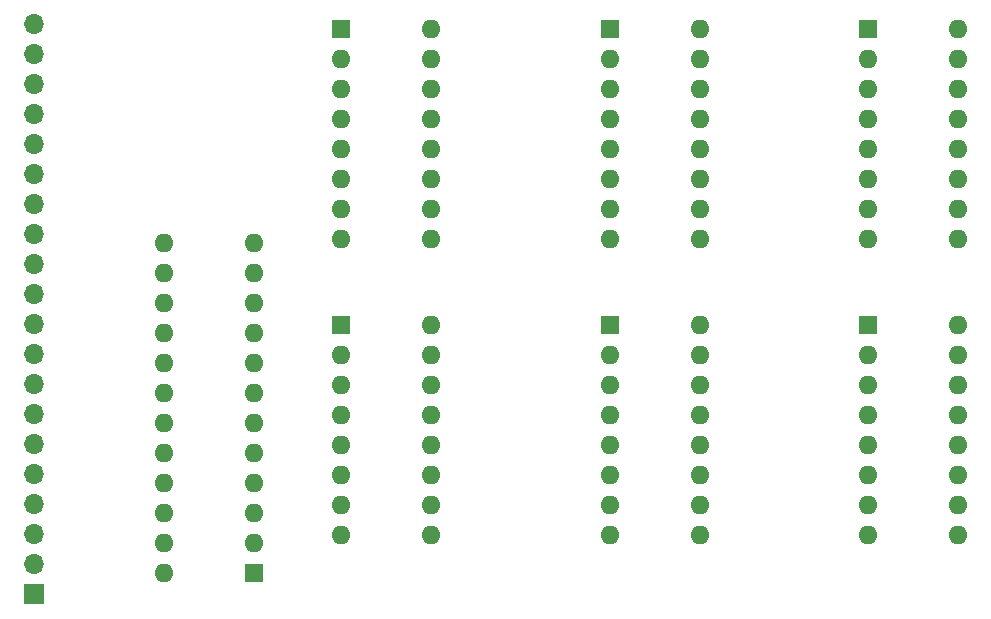
<source format=gbr>
%TF.GenerationSoftware,KiCad,Pcbnew,7.0.9*%
%TF.CreationDate,2024-01-29T12:05:15+11:00*%
%TF.ProjectId,rom-module,726f6d2d-6d6f-4647-956c-652e6b696361,rev?*%
%TF.SameCoordinates,Original*%
%TF.FileFunction,Soldermask,Bot*%
%TF.FilePolarity,Negative*%
%FSLAX46Y46*%
G04 Gerber Fmt 4.6, Leading zero omitted, Abs format (unit mm)*
G04 Created by KiCad (PCBNEW 7.0.9) date 2024-01-29 12:05:15*
%MOMM*%
%LPD*%
G01*
G04 APERTURE LIST*
%ADD10O,1.600000X1.600000*%
%ADD11R,1.600000X1.600000*%
%ADD12O,1.700000X1.700000*%
%ADD13R,1.700000X1.700000*%
G04 APERTURE END LIST*
D10*
%TO.C,U4*%
X139000000Y-74300000D03*
X139000000Y-76840000D03*
X139000000Y-79380000D03*
X139000000Y-81920000D03*
X139000000Y-84460000D03*
X139000000Y-87000000D03*
X139000000Y-89540000D03*
X139000000Y-92080000D03*
X131380000Y-92080000D03*
X131380000Y-89540000D03*
X131380000Y-87000000D03*
X131380000Y-84460000D03*
X131380000Y-81920000D03*
X131380000Y-79380000D03*
X131380000Y-76840000D03*
D11*
X131380000Y-74300000D03*
%TD*%
D10*
%TO.C,U6*%
X161820000Y-74300000D03*
X161820000Y-76840000D03*
X161820000Y-79380000D03*
X161820000Y-81920000D03*
X161820000Y-84460000D03*
X161820000Y-87000000D03*
X161820000Y-89540000D03*
X161820000Y-92080000D03*
X154200000Y-92080000D03*
X154200000Y-89540000D03*
X154200000Y-87000000D03*
X154200000Y-84460000D03*
X154200000Y-81920000D03*
X154200000Y-79380000D03*
X154200000Y-76840000D03*
D11*
X154200000Y-74300000D03*
%TD*%
D10*
%TO.C,U5*%
X161820000Y-49260000D03*
X161820000Y-51800000D03*
X161820000Y-54340000D03*
X161820000Y-56880000D03*
X161820000Y-59420000D03*
X161820000Y-61960000D03*
X161820000Y-64500000D03*
X161820000Y-67040000D03*
X154200000Y-67040000D03*
X154200000Y-64500000D03*
X154200000Y-61960000D03*
X154200000Y-59420000D03*
X154200000Y-56880000D03*
X154200000Y-54340000D03*
X154200000Y-51800000D03*
D11*
X154200000Y-49260000D03*
%TD*%
D10*
%TO.C,U3*%
X139000000Y-49300000D03*
X139000000Y-51840000D03*
X139000000Y-54380000D03*
X139000000Y-56920000D03*
X139000000Y-59460000D03*
X139000000Y-62000000D03*
X139000000Y-64540000D03*
X139000000Y-67080000D03*
X131380000Y-67080000D03*
X131380000Y-64540000D03*
X131380000Y-62000000D03*
X131380000Y-59460000D03*
X131380000Y-56920000D03*
X131380000Y-54380000D03*
X131380000Y-51840000D03*
D11*
X131380000Y-49300000D03*
%TD*%
D10*
%TO.C,U2*%
X183620000Y-74300000D03*
X183620000Y-76840000D03*
X183620000Y-79380000D03*
X183620000Y-81920000D03*
X183620000Y-84460000D03*
X183620000Y-87000000D03*
X183620000Y-89540000D03*
X183620000Y-92080000D03*
X176000000Y-92080000D03*
X176000000Y-89540000D03*
X176000000Y-87000000D03*
X176000000Y-84460000D03*
X176000000Y-81920000D03*
X176000000Y-79380000D03*
X176000000Y-76840000D03*
D11*
X176000000Y-74300000D03*
%TD*%
D10*
%TO.C,U1*%
X183620000Y-49300000D03*
X183620000Y-51840000D03*
X183620000Y-54380000D03*
X183620000Y-56920000D03*
X183620000Y-59460000D03*
X183620000Y-62000000D03*
X183620000Y-64540000D03*
X183620000Y-67080000D03*
X176000000Y-67080000D03*
X176000000Y-64540000D03*
X176000000Y-62000000D03*
X176000000Y-59460000D03*
X176000000Y-56920000D03*
X176000000Y-54380000D03*
X176000000Y-51840000D03*
D11*
X176000000Y-49300000D03*
%TD*%
D12*
%TO.C,J1*%
X105375000Y-48865000D03*
X105375000Y-51405000D03*
X105375000Y-53945000D03*
X105375000Y-56485000D03*
X105375000Y-59025000D03*
X105375000Y-61565000D03*
X105375000Y-64105000D03*
X105375000Y-66645000D03*
X105375000Y-69185000D03*
X105375000Y-71725000D03*
X105375000Y-74265000D03*
X105375000Y-76805000D03*
X105375000Y-79345000D03*
X105375000Y-81885000D03*
X105375000Y-84425000D03*
X105375000Y-86965000D03*
X105375000Y-89505000D03*
X105375000Y-92045000D03*
X105375000Y-94585000D03*
D13*
X105375000Y-97125000D03*
%TD*%
D10*
%TO.C,AT28C1*%
X116380000Y-95320000D03*
X116380000Y-92780000D03*
X116380000Y-90240000D03*
X116380000Y-87700000D03*
X116380000Y-85160000D03*
X116380000Y-82620000D03*
X116380000Y-80080000D03*
X116380000Y-77540000D03*
X116380000Y-75000000D03*
X116380000Y-72460000D03*
X116380000Y-69920000D03*
X116380000Y-67380000D03*
X124000000Y-67380000D03*
X124000000Y-69920000D03*
X124000000Y-72460000D03*
X124000000Y-75000000D03*
X124000000Y-77540000D03*
X124000000Y-80080000D03*
X124000000Y-82620000D03*
X124000000Y-85160000D03*
X124000000Y-87700000D03*
X124000000Y-90240000D03*
X124000000Y-92780000D03*
D11*
X124000000Y-95320000D03*
%TD*%
M02*

</source>
